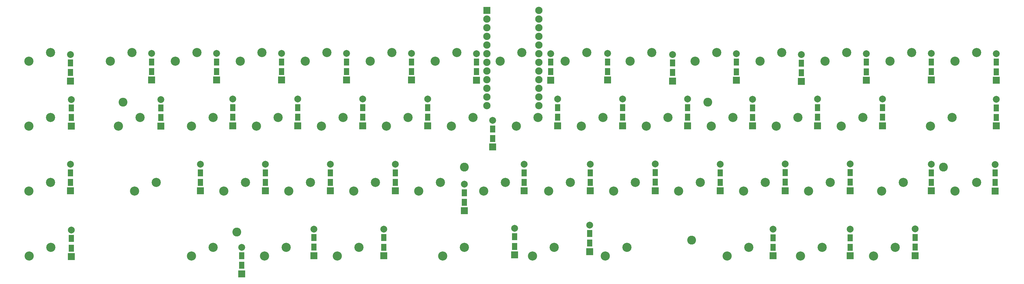
<source format=gts>
G04 #@! TF.GenerationSoftware,KiCad,Pcbnew,(5.0.0)*
G04 #@! TF.CreationDate,2019-08-26T11:19:42-06:00*
G04 #@! TF.ProjectId,CK50,434B35302E6B696361645F7063620000,rev?*
G04 #@! TF.SameCoordinates,Original*
G04 #@! TF.FileFunction,Soldermask,Top*
G04 #@! TF.FilePolarity,Negative*
%FSLAX46Y46*%
G04 Gerber Fmt 4.6, Leading zero omitted, Abs format (unit mm)*
G04 Created by KiCad (PCBNEW (5.0.0)) date 08/26/19 11:19:42*
%MOMM*%
%LPD*%
G01*
G04 APERTURE LIST*
%ADD10C,2.686000*%
%ADD11C,2.152600*%
%ADD12R,2.152600X2.152600*%
%ADD13R,2.000000X2.000000*%
%ADD14C,2.000000*%
%ADD15R,1.600000X2.000000*%
%ADD16C,2.600000*%
G04 APERTURE END LIST*
D10*
G04 #@! TO.C,K51*
X387781800Y-165303200D03*
X394131800Y-162763200D03*
G04 #@! TD*
G04 #@! TO.C,K45.2*
X352069400Y-165328600D03*
X358419400Y-162788600D03*
G04 #@! TD*
G04 #@! TO.C,K50*
X304444400Y-165328600D03*
X310794400Y-162788600D03*
G04 #@! TD*
G04 #@! TO.C,K49*
X273507200Y-165328600D03*
X279857200Y-162788600D03*
G04 #@! TD*
D11*
G04 #@! TO.C,U0*
X332638400Y-93248480D03*
X317398400Y-121188480D03*
X332638400Y-95788480D03*
X332638400Y-98328480D03*
X332638400Y-100868480D03*
X332638400Y-103408480D03*
X332638400Y-105948480D03*
X332638400Y-108488480D03*
X332638400Y-111028480D03*
X332638400Y-113568480D03*
X332638400Y-116108480D03*
X332638400Y-118648480D03*
X332638400Y-121188480D03*
X317398400Y-118648480D03*
X317398400Y-116108480D03*
X317398400Y-113568480D03*
X317398400Y-111028480D03*
X317398400Y-108488480D03*
X317398400Y-105948480D03*
X317398400Y-103408480D03*
X317398400Y-100868480D03*
X317398400Y-98328480D03*
X317398400Y-95788480D03*
D12*
X317398400Y-93248480D03*
G04 #@! TD*
D10*
G04 #@! TO.C,K41*
X447436496Y-127238016D03*
X453786496Y-124698016D03*
G04 #@! TD*
G04 #@! TO.C,K26*
X421242768Y-127238016D03*
X427592768Y-124698016D03*
G04 #@! TD*
D13*
G04 #@! TO.C,D0*
X195262336Y-114002248D03*
D14*
X195262336Y-106202248D03*
D15*
X195262336Y-111502248D03*
X195262336Y-108702248D03*
G04 #@! TD*
D13*
G04 #@! TO.C,D1*
X219074816Y-113704592D03*
D14*
X219074816Y-105904592D03*
D15*
X219074816Y-111204592D03*
X219074816Y-108404592D03*
G04 #@! TD*
D13*
G04 #@! TO.C,D2*
X238124800Y-113704592D03*
D14*
X238124800Y-105904592D03*
D15*
X238124800Y-111204592D03*
X238124800Y-108404592D03*
G04 #@! TD*
D13*
G04 #@! TO.C,D3*
X257174784Y-113704592D03*
D14*
X257174784Y-105904592D03*
D15*
X257174784Y-111204592D03*
X257174784Y-108404592D03*
G04 #@! TD*
D13*
G04 #@! TO.C,D4*
X276224768Y-113704592D03*
D14*
X276224768Y-105904592D03*
D15*
X276224768Y-111204592D03*
X276224768Y-108404592D03*
G04 #@! TD*
G04 #@! TO.C,D5*
X295274752Y-108404592D03*
X295274752Y-111204592D03*
D14*
X295274752Y-105904592D03*
D13*
X295274752Y-113704592D03*
G04 #@! TD*
G04 #@! TO.C,D6*
X314324736Y-113735064D03*
D14*
X314324736Y-105935064D03*
D15*
X314324736Y-111235064D03*
X314324736Y-108435064D03*
G04 #@! TD*
D13*
G04 #@! TO.C,D7*
X336053624Y-113735064D03*
D14*
X336053624Y-105935064D03*
D15*
X336053624Y-111235064D03*
X336053624Y-108435064D03*
G04 #@! TD*
G04 #@! TO.C,D8*
X352722360Y-108404592D03*
X352722360Y-111204592D03*
D14*
X352722360Y-105904592D03*
D13*
X352722360Y-113704592D03*
G04 #@! TD*
D15*
G04 #@! TO.C,D9*
X371772344Y-108702248D03*
X371772344Y-111502248D03*
D14*
X371772344Y-106202248D03*
D13*
X371772344Y-114002248D03*
G04 #@! TD*
G04 #@! TO.C,D10*
X390524672Y-113765536D03*
D14*
X390524672Y-105965536D03*
D15*
X390524672Y-111265536D03*
X390524672Y-108465536D03*
G04 #@! TD*
G04 #@! TO.C,D11*
X409574656Y-108763192D03*
X409574656Y-111563192D03*
D14*
X409574656Y-106263192D03*
D13*
X409574656Y-114063192D03*
G04 #@! TD*
G04 #@! TO.C,D12*
X428624640Y-113765536D03*
D14*
X428624640Y-105965536D03*
D15*
X428624640Y-111265536D03*
X428624640Y-108465536D03*
G04 #@! TD*
D13*
G04 #@! TO.C,D13*
X466724608Y-113765536D03*
D14*
X466724608Y-105965536D03*
D15*
X466724608Y-111265536D03*
X466724608Y-108465536D03*
G04 #@! TD*
D13*
G04 #@! TO.C,D14*
X195559992Y-127217864D03*
D14*
X195559992Y-119417864D03*
D15*
X195559992Y-124717864D03*
X195559992Y-121917864D03*
G04 #@! TD*
G04 #@! TO.C,D15*
X221753720Y-121917864D03*
X221753720Y-124717864D03*
D14*
X221753720Y-119417864D03*
D13*
X221753720Y-127217864D03*
G04 #@! TD*
G04 #@! TO.C,D16*
X242887296Y-127099112D03*
D14*
X242887296Y-119299112D03*
D15*
X242887296Y-124599112D03*
X242887296Y-121799112D03*
G04 #@! TD*
G04 #@! TO.C,D17*
X261937280Y-121799112D03*
X261937280Y-124599112D03*
D14*
X261937280Y-119299112D03*
D13*
X261937280Y-127099112D03*
G04 #@! TD*
G04 #@! TO.C,D18*
X280987264Y-127099112D03*
D14*
X280987264Y-119299112D03*
D15*
X280987264Y-124599112D03*
X280987264Y-121799112D03*
G04 #@! TD*
D13*
G04 #@! TO.C,D19*
X300037248Y-127099112D03*
D14*
X300037248Y-119299112D03*
D15*
X300037248Y-124599112D03*
X300037248Y-121799112D03*
G04 #@! TD*
G04 #@! TO.C,D20*
X319087232Y-128049888D03*
X319087232Y-130849888D03*
D14*
X319087232Y-125549888D03*
D13*
X319087232Y-133349888D03*
G04 #@! TD*
D15*
G04 #@! TO.C,D21*
X338137216Y-121799112D03*
X338137216Y-124599112D03*
D14*
X338137216Y-119299112D03*
D13*
X338137216Y-127099112D03*
G04 #@! TD*
D15*
G04 #@! TO.C,D22*
X357187200Y-121799112D03*
X357187200Y-124599112D03*
D14*
X357187200Y-119299112D03*
D13*
X357187200Y-127099112D03*
G04 #@! TD*
D15*
G04 #@! TO.C,D23*
X376237184Y-121799112D03*
X376237184Y-124599112D03*
D14*
X376237184Y-119299112D03*
D13*
X376237184Y-127099112D03*
G04 #@! TD*
G04 #@! TO.C,D24*
X395287168Y-127160056D03*
D14*
X395287168Y-119360056D03*
D15*
X395287168Y-124660056D03*
X395287168Y-121860056D03*
G04 #@! TD*
D13*
G04 #@! TO.C,D25*
X414337152Y-127099112D03*
D14*
X414337152Y-119299112D03*
D15*
X414337152Y-124599112D03*
X414337152Y-121799112D03*
G04 #@! TD*
D13*
G04 #@! TO.C,D26*
X433387136Y-127099112D03*
D14*
X433387136Y-119299112D03*
D15*
X433387136Y-124599112D03*
X433387136Y-121799112D03*
G04 #@! TD*
G04 #@! TO.C,D27*
X447674624Y-108404592D03*
X447674624Y-111204592D03*
D14*
X447674624Y-105904592D03*
D13*
X447674624Y-113704592D03*
G04 #@! TD*
D15*
G04 #@! TO.C,D28*
X195262336Y-140910040D03*
X195262336Y-143710040D03*
D14*
X195262336Y-138410040D03*
D13*
X195262336Y-146210040D03*
G04 #@! TD*
G04 #@! TO.C,D29*
X233362304Y-146210040D03*
D14*
X233362304Y-138410040D03*
D15*
X233362304Y-143710040D03*
X233362304Y-140910040D03*
G04 #@! TD*
G04 #@! TO.C,D30*
X252412288Y-140910040D03*
X252412288Y-143710040D03*
D14*
X252412288Y-138410040D03*
D13*
X252412288Y-146210040D03*
G04 #@! TD*
G04 #@! TO.C,D31*
X271462272Y-146210040D03*
D14*
X271462272Y-138410040D03*
D15*
X271462272Y-143710040D03*
X271462272Y-140910040D03*
G04 #@! TD*
G04 #@! TO.C,D32*
X290512256Y-140910040D03*
X290512256Y-143710040D03*
D14*
X290512256Y-138410040D03*
D13*
X290512256Y-146210040D03*
G04 #@! TD*
G04 #@! TO.C,D33*
X310750000Y-152050000D03*
D14*
X310750000Y-144250000D03*
D15*
X310750000Y-149550000D03*
X310750000Y-146750000D03*
G04 #@! TD*
G04 #@! TO.C,D34*
X328314568Y-140910040D03*
X328314568Y-143710040D03*
D14*
X328314568Y-138410040D03*
D13*
X328314568Y-146210040D03*
G04 #@! TD*
G04 #@! TO.C,D35*
X347662208Y-146210040D03*
D14*
X347662208Y-138410040D03*
D15*
X347662208Y-143710040D03*
X347662208Y-140910040D03*
G04 #@! TD*
G04 #@! TO.C,D36*
X366712192Y-140849096D03*
X366712192Y-143649096D03*
D14*
X366712192Y-138349096D03*
D13*
X366712192Y-146149096D03*
G04 #@! TD*
D15*
G04 #@! TO.C,D37*
X385762176Y-140910040D03*
X385762176Y-143710040D03*
D14*
X385762176Y-138410040D03*
D13*
X385762176Y-146210040D03*
G04 #@! TD*
G04 #@! TO.C,D38*
X404812160Y-146149096D03*
D14*
X404812160Y-138349096D03*
D15*
X404812160Y-143649096D03*
X404812160Y-140849096D03*
G04 #@! TD*
G04 #@! TO.C,D39*
X423862144Y-140849096D03*
X423862144Y-143649096D03*
D14*
X423862144Y-138349096D03*
D13*
X423862144Y-146149096D03*
G04 #@! TD*
G04 #@! TO.C,D40*
X447674624Y-146210040D03*
D14*
X447674624Y-138410040D03*
D15*
X447674624Y-143710040D03*
X447674624Y-140910040D03*
G04 #@! TD*
G04 #@! TO.C,D41*
X466724608Y-121860056D03*
X466724608Y-124660056D03*
D14*
X466724608Y-119360056D03*
D13*
X466724608Y-127160056D03*
G04 #@! TD*
G04 #@! TO.C,D43*
X245500000Y-170550000D03*
D14*
X245500000Y-162750000D03*
D15*
X245500000Y-168050000D03*
X245500000Y-165250000D03*
G04 #@! TD*
G04 #@! TO.C,D44*
X266699776Y-159929552D03*
X266699776Y-162729552D03*
D14*
X266699776Y-157429552D03*
D13*
X266699776Y-165229552D03*
G04 #@! TD*
G04 #@! TO.C,D45*
X347500000Y-164050000D03*
D14*
X347500000Y-156250000D03*
D15*
X347500000Y-161550000D03*
X347500000Y-158750000D03*
G04 #@! TD*
G04 #@! TO.C,D46*
X423862144Y-159960024D03*
X423862144Y-162760024D03*
D14*
X423862144Y-157460024D03*
D13*
X423862144Y-165260024D03*
G04 #@! TD*
G04 #@! TO.C,D47*
X442912128Y-165199080D03*
D14*
X442912128Y-157399080D03*
D15*
X442912128Y-162699080D03*
X442912128Y-159899080D03*
G04 #@! TD*
G04 #@! TO.C,D48*
X466426952Y-140967848D03*
X466426952Y-143767848D03*
D14*
X466426952Y-138467848D03*
D13*
X466426952Y-146267848D03*
G04 #@! TD*
G04 #@! TO.C,D420*
X195559992Y-165496736D03*
D14*
X195559992Y-157696736D03*
D15*
X195559992Y-162996736D03*
X195559992Y-160196736D03*
G04 #@! TD*
D10*
G04 #@! TO.C,K0*
X189468125Y-105648125D03*
X183118125Y-108188125D03*
G04 #@! TD*
G04 #@! TO.C,K1*
X213280448Y-105648032D03*
X206930448Y-108188032D03*
G04 #@! TD*
G04 #@! TO.C,K2*
X232330432Y-105648032D03*
X225980432Y-108188032D03*
G04 #@! TD*
G04 #@! TO.C,K3*
X251380416Y-105648032D03*
X245030416Y-108188032D03*
G04 #@! TD*
G04 #@! TO.C,K4*
X270430400Y-105648032D03*
X264080400Y-108188032D03*
G04 #@! TD*
G04 #@! TO.C,K5*
X283130384Y-108188032D03*
X289480384Y-105648032D03*
G04 #@! TD*
G04 #@! TO.C,K6*
X302180368Y-108188032D03*
X308530368Y-105648032D03*
G04 #@! TD*
G04 #@! TO.C,K7*
X327580352Y-105648032D03*
X321230352Y-108188032D03*
G04 #@! TD*
G04 #@! TO.C,K8*
X340280336Y-108188032D03*
X346630336Y-105648032D03*
G04 #@! TD*
G04 #@! TO.C,K9*
X365680320Y-105648032D03*
X359330320Y-108188032D03*
G04 #@! TD*
G04 #@! TO.C,K10*
X378380304Y-108188032D03*
X384730304Y-105648032D03*
G04 #@! TD*
G04 #@! TO.C,K11*
X403780288Y-105648032D03*
X397430288Y-108188032D03*
G04 #@! TD*
G04 #@! TO.C,K12*
X416480272Y-108188032D03*
X422830272Y-105648032D03*
G04 #@! TD*
G04 #@! TO.C,K13*
X454580240Y-108188032D03*
X460930240Y-105648032D03*
G04 #@! TD*
G04 #@! TO.C,K14*
X183117968Y-127238016D03*
X189467968Y-124698016D03*
G04 #@! TD*
G04 #@! TO.C,K15*
X215661696Y-124698016D03*
X209311696Y-127238016D03*
G04 #@! TD*
G04 #@! TO.C,K16*
X230742928Y-127238016D03*
X237092928Y-124698016D03*
G04 #@! TD*
G04 #@! TO.C,K17*
X256142912Y-124698016D03*
X249792912Y-127238016D03*
G04 #@! TD*
G04 #@! TO.C,K18*
X275192896Y-124698016D03*
X268842896Y-127238016D03*
G04 #@! TD*
G04 #@! TO.C,K19*
X294242880Y-124698016D03*
X287892880Y-127238016D03*
G04 #@! TD*
G04 #@! TO.C,K20*
X306942864Y-127238016D03*
X313292864Y-124698016D03*
G04 #@! TD*
G04 #@! TO.C,K21*
X332342848Y-124698016D03*
X325992848Y-127238016D03*
G04 #@! TD*
G04 #@! TO.C,K22*
X345042832Y-127238016D03*
X351392832Y-124698016D03*
G04 #@! TD*
G04 #@! TO.C,K23*
X364092816Y-127238016D03*
X370442816Y-124698016D03*
G04 #@! TD*
G04 #@! TO.C,K24*
X389492800Y-124698016D03*
X383142800Y-127238016D03*
G04 #@! TD*
G04 #@! TO.C,K25*
X402192784Y-127238016D03*
X408542784Y-124698016D03*
G04 #@! TD*
G04 #@! TO.C,K27*
X441880256Y-105648032D03*
X435530256Y-108188032D03*
G04 #@! TD*
G04 #@! TO.C,K28*
X189467968Y-143748000D03*
X183117968Y-146288000D03*
G04 #@! TD*
G04 #@! TO.C,K29*
X214074192Y-146288000D03*
X220424192Y-143748000D03*
G04 #@! TD*
G04 #@! TO.C,K30*
X246617920Y-143748000D03*
X240267920Y-146288000D03*
G04 #@! TD*
G04 #@! TO.C,K31*
X259317904Y-146288000D03*
X265667904Y-143748000D03*
G04 #@! TD*
G04 #@! TO.C,K32*
X278367888Y-146288000D03*
X284717888Y-143748000D03*
G04 #@! TD*
G04 #@! TO.C,K33*
X297417872Y-146288000D03*
X303767872Y-143748000D03*
G04 #@! TD*
G04 #@! TO.C,K34*
X316467856Y-146288000D03*
X322817856Y-143748000D03*
G04 #@! TD*
G04 #@! TO.C,K35*
X341867840Y-143748000D03*
X335517840Y-146288000D03*
G04 #@! TD*
G04 #@! TO.C,K36*
X360917824Y-143748000D03*
X354567824Y-146288000D03*
G04 #@! TD*
G04 #@! TO.C,K37*
X373617808Y-146288000D03*
X379967808Y-143748000D03*
G04 #@! TD*
G04 #@! TO.C,K38*
X399017792Y-143748000D03*
X392667792Y-146288000D03*
G04 #@! TD*
G04 #@! TO.C,K39*
X411717776Y-146288000D03*
X418067776Y-143748000D03*
G04 #@! TD*
G04 #@! TO.C,K40*
X433149008Y-146288000D03*
X439499008Y-143748000D03*
G04 #@! TD*
G04 #@! TO.C,K43*
X230742928Y-165337984D03*
X237092928Y-162797984D03*
G04 #@! TD*
G04 #@! TO.C,K44*
X252154312Y-165337984D03*
X258504312Y-162797984D03*
G04 #@! TD*
G04 #@! TO.C,K45*
X337105344Y-162797984D03*
X330755344Y-165337984D03*
G04 #@! TD*
G04 #@! TO.C,K46*
X415686528Y-162797984D03*
X409336528Y-165337984D03*
G04 #@! TD*
G04 #@! TO.C,K47*
X430767760Y-165337984D03*
X437117760Y-162797984D03*
G04 #@! TD*
G04 #@! TO.C,K48*
X460930240Y-143748000D03*
X454580240Y-146288000D03*
G04 #@! TD*
G04 #@! TO.C,K420*
X183137816Y-165337984D03*
X189487816Y-162797984D03*
G04 #@! TD*
D16*
G04 #@! TO.C,H2*
X382168400Y-120180100D03*
G04 #@! TD*
G04 #@! TO.C,H0*
X451243700Y-139230100D03*
G04 #@! TD*
G04 #@! TO.C,H1*
X377405900Y-160629600D03*
G04 #@! TD*
G04 #@! TO.C,H4*
X244055900Y-158280100D03*
G04 #@! TD*
G04 #@! TO.C,H5*
X210731100Y-120167400D03*
G04 #@! TD*
G04 #@! TO.C,H3*
X310743600Y-139230100D03*
G04 #@! TD*
D15*
G04 #@! TO.C,D49*
X287147000Y-162740800D03*
X287147000Y-159940800D03*
D14*
X287147000Y-157440800D03*
D13*
X287147000Y-165240800D03*
G04 #@! TD*
G04 #@! TO.C,D50*
X325501000Y-164986800D03*
D14*
X325501000Y-157186800D03*
D15*
X325501000Y-159686800D03*
X325501000Y-162486800D03*
G04 #@! TD*
G04 #@! TO.C,D51*
X401294600Y-162766200D03*
X401294600Y-159966200D03*
D14*
X401294600Y-157466200D03*
D13*
X401294600Y-165266200D03*
G04 #@! TD*
M02*

</source>
